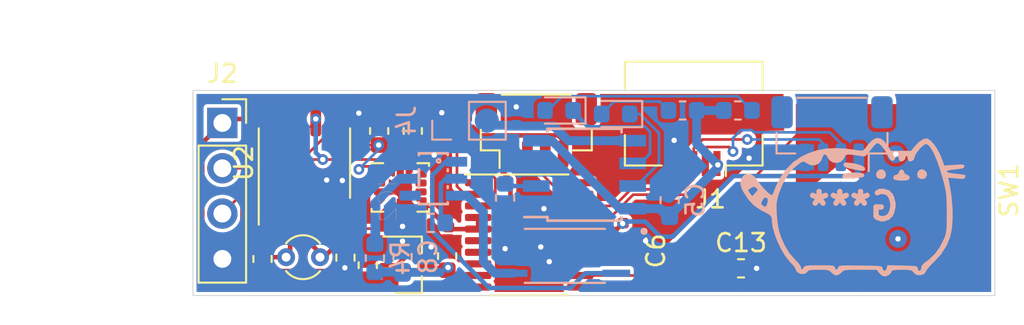
<source format=kicad_pcb>
(kicad_pcb (version 20200829) (generator pcbnew)
  (layers (0 "F.Cu" signal) (31 "B.Cu" signal) (34 "B.Paste" user) (35 "F.Paste" user) (36 "B.SilkS" user) (37 "F.SilkS" user) (38 "B.Mask" user) (39 "F.Mask" user) (44 "Edge.Cuts" user))
  (net 0 "")
  (net 1 "Net-(C3-Pad2)")
  (net 2 "Net-(U1-Pad14)")
  (net 3 "Net-(U1-Pad10)")
  (net 4 "TX")
  (net 5 "RX")
  (net 6 "Net-(U1-Pad7)")
  (net 7 "Net-(C4-Pad2)")
  (net 8 "Net-(U1-Pad6)")
  (net 9 "Net-(J1-Pad4)")
  (net 10 "Net-(U1-Pad1)")
  (net 11 "Net-(U2-Pad7)")
  (net 12 "GND")
  (net 13 "+3V3")
  (net 14 "SDA")
  (net 15 "SCL")
  (net 16 "Net-(U3-Pad12)")
  (net 17 "Net-(U3-Pad11)")
  (net 18 "Net-(U3-Pad10)")
  (net 19 "Net-(U3-Pad9)")
  (net 20 "Net-(U3-Pad4)")
  (net 21 "Net-(U3-Pad3)")
  (net 22 "Net-(U3-Pad2)")
  (net 23 "Net-(U3-Pad1)")
  (net 24 "USB_DM")
  (net 25 "USB_DP")
  (net 26 "+5V")
  (net 27 "Net-(C10-Pad1)")
  (net 28 "Net-(D1-Pad1)")
  (net 29 "Net-(D2-Pad1)")
  (net 30 "Net-(IC1-Pad2)")
  (net 31 "Net-(IC2-Pad5)")
  (net 32 "Net-(IC2-Pad2)")
  (net 33 "Net-(IC2-Pad4)")
  (net 34 "Net-(IC2-Pad3)")
  (net 35 "Net-(IC2-Pad1)")
  (net 36 "Vdrive")
  (net 37 "SWDIO")
  (net 38 "SWCLK")
  (net 39 "CAP_sample")
  (net 40 "CAP_Touch1")
  (net 41 "CAP_Touch")
  (net 42 "Net-(D1-Pad2)")
  (net 43 "Net-(D2-Pad2)")
  (module "Resistor_SMD:R_0603_1608Metric" (layer "F.Cu") (at 112.915 93.275 -90)
    (fp_text reference "R1" hide)
    (fp_text value "R")
    (pad "1" smd roundrect (at -0.7875 0 270) (size 0.875 0.95) (layers "F.Cu" "F.Paste" "F.Mask") (net 13 "+3V3"))
    (pad "2" smd roundrect (at 0.7875 0 270) (size 0.875 0.95) (layers "F.Cu" "F.Paste" "F.Mask") (net 14 "SDA"))
  )
  (module "Package_TO_SOT_SMD:SOT-23" (layer "F.Cu") (at 114.55 100.775)
    (fp_text reference "U4" hide)
    (fp_text value "MCP1700-3302E_SOT23")
    (pad "1" smd rect (at -1 -0.95) (size 0.9 0.8) (layers "F.Cu" "F.Paste" "F.Mask") (net 12 "GND"))
    (pad "2" smd rect (at -1 0.95) (size 0.9 0.8) (layers "F.Cu" "F.Paste" "F.Mask") (net 13 "+3V3"))
    (pad "3" smd rect (at 1 0) (size 0.9 0.8) (layers "F.Cu" "F.Paste" "F.Mask") (net 36 "Vdrive"))
  )
  (module "drone_v3:TouchSlider-2_10x10mm" (layer "F.Cu") (at 141.275 96.6 -90)
    (fp_text reference "SW1" (at 0 -6.95 90) (layer "F.SilkS"))
    (fp_text value "SW_DPST_x2")
    (pad "1" smd rect (at -3.166666 -2.5 270) (size 3.333333 5) (layers "F.Cu" "F.Mask") (net 41 "CAP_Touch"))
    (pad "1" smd trapezoid (at -1.5 3.75 270) (size 2 2.5) (rect_delta 0 2) (layers "F.Cu" "F.Mask") (net 41 "CAP_Touch"))
    (pad "1" smd trapezoid (at -1.5 -3.75 270) (size 2 2.5) (rect_delta 0 -2) (layers "F.Cu" "F.Mask") (net 41 "CAP_Touch"))
    (pad "1" smd trapezoid (at -1.5 -1.25 270) (size 2 2.5) (rect_delta 0 2) (layers "F.Cu" "F.Mask") (net 41 "CAP_Touch"))
    (pad "1" smd rect (at -3.166666 2.5 270) (size 3.333333 5) (layers "F.Cu" "F.Mask") (net 41 "CAP_Touch"))
    (pad "1" smd trapezoid (at -1.5 1.25 270) (size 2 2.5) (rect_delta 0 -2) (layers "F.Cu" "F.Mask") (net 41 "CAP_Touch"))
    (pad "2" smd trapezoid (at 0.5 -2.5 270) (size 2 2.5) (rect_delta -2.5 0) (layers "F.Cu" "F.Mask") (net 40 "CAP_Touch1"))
    (pad "2" smd rect (at 3.166666 -2.5 270) (size 3.333333 5) (layers "F.Cu" "F.Mask") (net 40 "CAP_Touch1"))
    (pad "2" smd rect (at 3.166666 2.5 270) (size 3.333333 5) (layers "F.Cu" "F.Mask") (net 40 "CAP_Touch1"))
    (pad "2" smd trapezoid (at 0.5 2.5 270) (size 2 2.5) (rect_delta -2.5 0) (layers "F.Cu" "F.Mask") (net 40 "CAP_Touch1"))
  )
  (module "Capacitor_SMD:C_0603_1608Metric" (layer "F.Cu") (at 116.725 100.29 90)
    (fp_text reference "C11" hide)
    (fp_text value "C")
    (pad "1" smd roundrect (at -0.7875 0 90) (size 0.875 0.95) (layers "F.Cu" "F.Paste" "F.Mask") (net 36 "Vdrive"))
    (pad "2" smd roundrect (at 0.7875 0 90) (size 0.875 0.95) (layers "F.Cu" "F.Paste" "F.Mask") (net 12 "GND"))
  )
  (module "Package_SO:TSSOP-20_4.4x6.5mm_P0.65mm" (layer "F.Cu") (at 121.325 99.1)
    (fp_text reference "U1" hide)
    (fp_text value "STM32F042F6Px")
    (pad "1" smd roundrect (at -2.8625 -2.925) (size 1.475 0.4) (layers "F.Cu" "F.Paste" "F.Mask") (net 10 "Net-(U1-Pad1)"))
    (pad "2" smd roundrect (at -2.8625 -2.275) (size 1.475 0.4) (layers "F.Cu" "F.Paste" "F.Mask") (net 15 "SCL"))
    (pad "3" smd roundrect (at -2.8625 -1.625) (size 1.475 0.4) (layers "F.Cu" "F.Paste" "F.Mask") (net 14 "SDA"))
    (pad "4" smd roundrect (at -2.8625 -0.975) (size 1.475 0.4) (layers "F.Cu" "F.Paste" "F.Mask") (net 13 "+3V3"))
    (pad "5" smd roundrect (at -2.8625 -0.325) (size 1.475 0.4) (layers "F.Cu" "F.Paste" "F.Mask") (net 13 "+3V3"))
    (pad "6" smd roundrect (at -2.8625 0.325) (size 1.475 0.4) (layers "F.Cu" "F.Paste" "F.Mask") (net 8 "Net-(U1-Pad6)"))
    (pad "7" smd roundrect (at -2.8625 0.975) (size 1.475 0.4) (layers "F.Cu" "F.Paste" "F.Mask") (net 6 "Net-(U1-Pad7)"))
    (pad "8" smd roundrect (at -2.8625 1.625) (size 1.475 0.4) (layers "F.Cu" "F.Paste" "F.Mask") (net 4 "TX"))
    (pad "9" smd roundrect (at -2.8625 2.275) (size 1.475 0.4) (layers "F.Cu" "F.Paste" "F.Mask") (net 5 "RX"))
    (pad "10" smd roundrect (at -2.8625 2.925) (size 1.475 0.4) (layers "F.Cu" "F.Paste" "F.Mask") (net 3 "Net-(U1-Pad10)"))
    (pad "11" smd roundrect (at 2.8625 2.925) (size 1.475 0.4) (layers "F.Cu" "F.Paste" "F.Mask") (net 39 "CAP_sample"))
    (pad "12" smd roundrect (at 2.8625 2.275) (size 1.475 0.4) (layers "F.Cu" "F.Paste" "F.Mask") (net 40 "CAP_Touch1"))
    (pad "13" smd roundrect (at 2.8625 1.625) (size 1.475 0.4) (layers "F.Cu" "F.Paste" "F.Mask") (net 41 "CAP_Touch"))
    (pad "14" smd roundrect (at 2.8625 0.975) (size 1.475 0.4) (layers "F.Cu" "F.Paste" "F.Mask") (net 2 "Net-(U1-Pad14)"))
    (pad "15" smd roundrect (at 2.8625 0.325) (size 1.475 0.4) (layers "F.Cu" "F.Paste" "F.Mask") (net 12 "GND"))
    (pad "16" smd roundrect (at 2.8625 -0.325) (size 1.475 0.4) (layers "F.Cu" "F.Paste" "F.Mask") (net 13 "+3V3"))
    (pad "17" smd roundrect (at 2.8625 -0.975) (size 1.475 0.4) (layers "F.Cu" "F.Paste" "F.Mask") (net 24 "USB_DM"))
    (pad "18" smd roundrect (at 2.8625 -1.625) (size 1.475 0.4) (layers "F.Cu" "F.Paste" "F.Mask") (net 25 "USB_DP"))
    (pad "19" smd roundrect (at 2.8625 -2.275) (size 1.475 0.4) (layers "F.Cu" "F.Paste" "F.Mask") (net 38 "SWCLK"))
    (pad "20" smd roundrect (at 2.8625 -2.925) (size 1.475 0.4) (layers "F.Cu" "F.Paste" "F.Mask") (net 37 "SWDIO"))
  )
  (module "Resistor_SMD:R_0603_1608Metric" (layer "F.Cu") (at 114.8 93.275 -90)
    (fp_text reference "R2" hide)
    (fp_text value "R")
    (pad "1" smd roundrect (at -0.7875 0 270) (size 0.875 0.95) (layers "F.Cu" "F.Paste" "F.Mask") (net 13 "+3V3"))
    (pad "2" smd roundrect (at 0.7875 0 270) (size 0.875 0.95) (layers "F.Cu" "F.Paste" "F.Mask") (net 15 "SCL"))
  )
  (module "Capacitor_SMD:C_0402_1005Metric" (layer "F.Cu") (at 116.8 98.175 90)
    (fp_text reference "C2" hide)
    (fp_text value "C")
    (pad "1" smd roundrect (at -0.485 0 90) (size 0.59 0.64) (layers "F.Cu" "F.Paste" "F.Mask") (net 13 "+3V3"))
    (pad "2" smd roundrect (at 0.485 0 90) (size 0.59 0.64) (layers "F.Cu" "F.Paste" "F.Mask") (net 12 "GND"))
  )
  (module "Connector_JST:JST_SH_BM04B-SRSS-TB_1x04-1MP_P1.00mm_Vertical" (layer "F.Cu") (at 121.725 93.25)
    (fp_text reference "J3" hide)
    (fp_text value "Conn_01x04_Male")
    (pad "1" smd roundrect (at -1.5 1.325) (size 0.6 1.55) (layers "F.Cu" "F.Paste" "F.Mask") (net 12 "GND"))
    (pad "2" smd roundrect (at -0.5 1.325) (size 0.6 1.55) (layers "F.Cu" "F.Paste" "F.Mask") (net 38 "SWCLK"))
    (pad "3" smd roundrect (at 0.5 1.325) (size 0.6 1.55) (layers "F.Cu" "F.Paste" "F.Mask") (net 37 "SWDIO"))
    (pad "4" smd roundrect (at 1.5 1.325) (size 0.6 1.55) (layers "F.Cu" "F.Paste" "F.Mask") (net 13 "+3V3"))
    (pad "MP" smd roundrect (at 2.8 -1.2) (size 1.2 1.8) (layers "F.Cu" "F.Paste" "F.Mask") (roundrect_rratio 0.2083333333333333))
    (pad "MP" smd roundrect (at -2.8 -1.2) (size 1.2 1.8) (layers "F.Cu" "F.Paste" "F.Mask") (roundrect_rratio 0.2083333333333333))
  )
  (module "Capacitor_SMD:C_0603_1608Metric_Pad1.05x0.95mm_HandSolder" (layer "F.Cu") (at 111.025 100.375 90)
    (fp_text reference "C4" hide)
    (fp_text value "C")
    (pad "1" smd roundrect (at -0.875 0 90) (size 1.05 0.95) (layers "F.Cu" "F.Paste" "F.Mask") (net 12 "GND"))
    (pad "2" smd roundrect (at 0.875 0 90) (size 1.05 0.95) (layers "F.Cu" "F.Paste" "F.Mask") (net 7 "Net-(C4-Pad2)"))
  )
  (module "Package_LGA:LGA-14_3x2.5mm_P0.5mm_LayoutBorder3x4y" (layer "F.Cu") (at 114.1 96.44)
    (fp_text reference "U3" hide)
    (fp_text value "LSM6DS3")
    (pad "1" smd custom (at -1.1625 -0.75) (size 0.223223 0.223223) (layers "F.Cu" "F.Paste" "F.Mask") (net 23 "Net-(U3-Pad1)") (options (clearance outline) (anchor circle)) (primitives (gr_poly (pts (xy -0.2375 -0.125) (xy 0.031434 -0.125) (xy 0.2375 0.081066) (xy 0.2375 0.125) (xy -0.2375 0.125)) (width 0.15))))
    (pad "2" smd roundrect (at -1.1625 -0.25) (size 0.625 0.4) (layers "F.Cu" "F.Paste" "F.Mask") (net 22 "Net-(U3-Pad2)"))
    (pad "3" smd roundrect (at -1.1625 0.25) (size 0.625 0.4) (layers "F.Cu" "F.Paste" "F.Mask") (net 21 "Net-(U3-Pad3)"))
    (pad "4" smd custom (at -1.1625 0.75) (size 0.223223 0.223223) (layers "F.Cu" "F.Paste" "F.Mask") (net 20 "Net-(U3-Pad4)") (options (clearance outline) (anchor circle)) (primitives (gr_poly (pts (xy -0.2375 -0.125) (xy 0.2375 -0.125) (xy 0.2375 -0.081066) (xy 0.031434 0.125) (xy -0.2375 0.125)) (width 0.15))))
    (pad "5" smd custom (at -0.5 0.9125) (size 0.223223 0.223223) (layers "F.Cu" "F.Paste" "F.Mask") (net 13 "+3V3") (options (clearance outline) (anchor circle)) (primitives (gr_poly (pts (xy -0.125 -0.031434) (xy 0.081066 -0.2375) (xy 0.125 -0.2375) (xy 0.125 0.2375) (xy -0.125 0.2375)) (width 0.15))))
    (pad "6" smd roundrect (at 0 0.9125) (size 0.4 0.625) (layers "F.Cu" "F.Paste" "F.Mask") (net 12 "GND"))
    (pad "7" smd custom (at 0.5 0.9125) (size 0.223223 0.223223) (layers "F.Cu" "F.Paste" "F.Mask") (net 12 "GND") (options (clearance outline) (anchor circle)) (primitives (gr_poly (pts (xy -0.125 -0.2375) (xy -0.081066 -0.2375) (xy 0.125 -0.031434) (xy 0.125 0.2375) (xy -0.125 0.2375)) (width 0.15))))
    (pad "8" smd custom (at 1.1625 0.75) (size 0.223223 0.223223) (layers "F.Cu" "F.Paste" "F.Mask") (net 13 "+3V3") (options (clearance outline) (anchor circle)) (primitives (gr_poly (pts (xy -0.2375 -0.125) (xy 0.2375 -0.125) (xy 0.2375 0.125) (xy -0.031434 0.125) (xy -0.2375 -0.081066)) (width 0.15))))
    (pad "9" smd roundrect (at 1.1625 0.25) (size 0.625 0.4) (layers "F.Cu" "F.Paste" "F.Mask") (net 19 "Net-(U3-Pad9)"))
    (pad "10" smd roundrect (at 1.1625 -0.25) (size 0.625 0.4) (layers "F.Cu" "F.Paste" "F.Mask") (net 18 "Net-(U3-Pad10)"))
    (pad "11" smd custom (at 1.1625 -0.75) (size 0.223223 0.223223) (layers "F.Cu" "F.Paste" "F.Mask") (net 17 "Net-(U3-Pad11)") (options (clearance outline) (anchor circle)) (primitives (gr_poly (pts (xy -0.2375 0.081066) (xy -0.031434 -0.125) (xy 0.2375 -0.125) (xy 0.2375 0.125) (xy -0.2375 0.125)) (width 0.15))))
    (pad "12" smd custom (at 0.5 -0.9125) (size 0.223223 0.223223) (layers "F.Cu" "F.Paste" "F.Mask") (net 16 "Net-(U3-Pad12)") (options (clearance outline) (anchor circle)) (primitives (gr_poly (pts (xy -0.125 -0.2375) (xy 0.125 -0.2375) (xy 0.125 0.031434) (xy -0.081066 0.2375) (xy -0.125 0.2375)) (width 0.15))))
    (pad "13" smd roundrect (at 0 -0.9125) (size 0.4 0.625) (layers "F.Cu" "F.Paste" "F.Mask") (net 15 "SCL"))
    (pad "14" smd custom (at -0.5 -0.9125) (size 0.223223 0.223223) (layers "F.Cu" "F.Paste" "F.Mask") (net 14 "SDA") (options (clearance outline) (anchor circle)) (primitives (gr_poly (pts (xy -0.125 -0.2375) (xy 0.125 -0.2375) (xy 0.125 0.2375) (xy 0.081066 0.2375) (xy -0.125 0.031434)) (width 0.15))))
  )
  (module "Capacitor_SMD:C_0603_1608Metric_Pad1.05x0.95mm_HandSolder" (layer "F.Cu") (at 106.375 100.45 90)
    (fp_text reference "C3" hide)
    (fp_text value "C")
    (pad "1" smd roundrect (at -0.875 0 90) (size 1.05 0.95) (layers "F.Cu" "F.Paste" "F.Mask") (net 12 "GND"))
    (pad "2" smd roundrect (at 0.875 0 90) (size 1.05 0.95) (layers "F.Cu" "F.Paste" "F.Mask") (net 1 "Net-(C3-Pad2)"))
  )
  (module "Crystal:Crystal_C26-LF_D2.1mm_L6.5mm_Vertical" (layer "F.Cu") (at 109.6 100.35 180)
    (fp_text reference "Y1" hide)
    (fp_text value "Crystal")
    (pad "1" thru_hole circle (at 0 0 180) (size 1 1) (drill 0.5) (layers *.Cu *.Mask) (net 7 "Net-(C4-Pad2)"))
    (pad "2" thru_hole circle (at 1.9 0 180) (size 1 1) (drill 0.5) (layers *.Cu *.Mask) (net 1 "Net-(C3-Pad2)"))
  )
  (module "Connector_USB:USB_Micro-B_Amphenol_10104110_Horizontal" (layer "F.Cu") (at 130.55 93.55 180)
    (fp_text reference "J1" (at -0.95 -3.55) (layer "F.SilkS"))
    (fp_text value "USB_B_Micro")
    (pad "1" smd rect (at -1.3 -1.55 180) (size 0.4 1.4) (layers "F.Cu" "F.Paste" "F.Mask") (net 26 "+5V"))
    (pad "2" smd rect (at -0.65 -1.55 180) (size 0.4 1.4) (layers "F.Cu" "F.Paste" "F.Mask") (net 24 "USB_DM"))
    (pad "3" smd rect (at 0 -1.55 180) (size 0.4 1.4) (layers "F.Cu" "F.Paste" "F.Mask") (net 25 "USB_DP"))
    (pad "4" smd rect (at 0.65 -1.55 180) (size 0.4 1.4) (layers "F.Cu" "F.Paste" "F.Mask") (net 9 "Net-(J1-Pad4)"))
    (pad "5" smd rect (at 1.3 -1.55 180) (size 0.4 1.4) (layers "F.Cu" "F.Paste" "F.Mask") (net 12 "GND"))
    (pad "6" smd rect (at -1.15 1.3 180) (size 1.8 1.9) (layers "F.Cu" "F.Paste" "F.Mask") (net 12 "GND"))
    (pad "6" smd rect (at 1.15 1.3 180) (size 1.8 1.9) (layers "F.Cu" "F.Paste" "F.Mask") (net 12 "GND"))
    (pad "6" smd rect (at -3.75 1.3 180) (size 2.3 1.9) (layers "F.Cu" "F.Paste" "F.Mask") (net 12 "GND"))
    (pad "6" smd rect (at 3.75 1.3 180) (size 2.3 1.9) (layers "F.Cu" "F.Paste" "F.Mask") (net 12 "GND"))
  )
  (module "Connector_PinSocket_2.54mm:PinSocket_1x04_P2.54mm_Vertical" (layer "F.Cu") (at 104.125 92.825)
    (fp_text reference "J2" (at 0 -2.77) (layer "F.SilkS"))
    (fp_text value "Conn_01x04_Male")
    (pad "1" thru_hole rect (at 0 0) (size 1.7 1.7) (drill 1) (layers *.Cu *.Mask) (net 13 "+3V3"))
    (pad "2" thru_hole oval (at 0 2.54) (size 1.7 1.7) (drill 1) (layers *.Cu *.Mask) (net 14 "SDA"))
    (pad "3" thru_hole oval (at 0 5.08) (size 1.7 1.7) (drill 1) (layers *.Cu *.Mask) (net 15 "SCL"))
    (pad "4" thru_hole oval (at 0 7.62) (size 1.7 1.7) (drill 1) (layers *.Cu *.Mask) (net 12 "GND"))
  )
  (module "Package_SO:SOIC-8_3.9x4.9mm_P1.27mm" (layer "F.Cu") (at 108.725 95.075 90)
    (fp_text reference "U2" (at 0 -3.4 90) (layer "F.SilkS"))
    (fp_text value "DS1307Z+")
    (pad "1" smd roundrect (at -2.475 -1.905 90) (size 1.95 0.6) (layers "F.Cu" "F.Paste" "F.Mask") (net 1 "Net-(C3-Pad2)"))
    (pad "2" smd roundrect (at -2.475 -0.635 90) (size 1.95 0.6) (layers "F.Cu" "F.Paste" "F.Mask") (net 7 "Net-(C4-Pad2)"))
    (pad "3" smd roundrect (at -2.475 0.635 90) (size 1.95 0.6) (layers "F.Cu" "F.Paste" "F.Mask") (net 13 "+3V3"))
    (pad "4" smd roundrect (at -2.475 1.905 90) (size 1.95 0.6) (layers "F.Cu" "F.Paste" "F.Mask") (net 12 "GND"))
    (pad "5" smd roundrect (at 2.475 1.905 90) (size 1.95 0.6) (layers "F.Cu" "F.Paste" "F.Mask") (net 14 "SDA"))
    (pad "6" smd roundrect (at 2.475 0.635 90) (size 1.95 0.6) (layers "F.Cu" "F.Paste" "F.Mask") (net 15 "SCL"))
    (pad "7" smd roundrect (at 2.475 -0.635 90) (size 1.95 0.6) (layers "F.Cu" "F.Paste" "F.Mask") (net 11 "Net-(U2-Pad7)"))
    (pad "8" smd roundrect (at 2.475 -1.905 90) (size 1.95 0.6) (layers "F.Cu" "F.Paste" "F.Mask") (net 13 "+3V3"))
  )
  (module "Capacitor_SMD:C_0402_1005Metric" (layer "F.Cu") (at 113.6 98.6)
    (fp_text reference "C1" hide)
    (fp_text value "C")
    (pad "1" smd roundrect (at -0.485 0) (size 0.59 0.64) (layers "F.Cu" "F.Paste" "F.Mask") (net 13 "+3V3"))
    (pad "2" smd roundrect (at 0.485 0) (size 0.59 0.64) (layers "F.Cu" "F.Paste" "F.Mask") (net 12 "GND"))
  )
  (module "Capacitor_SMD:C_0603_1608Metric_Pad1.05x0.95mm_HandSolder" (layer "F.Cu") (at 133.2 100.975)
    (fp_text reference "C13" (at 0 -1.43) (layer "F.SilkS"))
    (fp_text value "C")
    (pad "1" smd roundrect (at -0.875 0) (size 1.05 0.95) (layers "F.Cu" "F.Paste" "F.Mask") (net 39 "CAP_sample"))
    (pad "2" smd roundrect (at 0.875 0) (size 1.05 0.95) (layers "F.Cu" "F.Paste" "F.Mask") (net 12 "GND"))
  )
  (module "Capacitor_SMD:C_0402_1005Metric" (layer "F.Cu") (at 126.585 98.925 -90)
    (fp_text reference "C6" (at 1.075 -1.84 90) (layer "F.SilkS"))
    (fp_text value "C")
    (pad "1" smd roundrect (at -0.485 0 270) (size 0.59 0.64) (layers "F.Cu" "F.Paste" "F.Mask") (net 13 "+3V3"))
    (pad "2" smd roundrect (at 0.485 0 270) (size 0.59 0.64) (layers "F.Cu" "F.Paste" "F.Mask") (net 12 "GND"))
  )
  (module "Capacitor_SMD:C_0603_1608Metric" (layer "F.Cu") (at 112.275 100.8 90)
    (fp_text reference "C12" hide)
    (fp_text value "C")
    (pad "1" smd roundrect (at -0.7875 0 90) (size 0.875 0.95) (layers "F.Cu" "F.Paste" "F.Mask") (net 13 "+3V3"))
    (pad "2" smd roundrect (at 0.7875 0 90) (size 0.875 0.95) (layers "F.Cu" "F.Paste" "F.Mask") (net 12 "GND"))
  )
  (module "LED_SMD:LED_0603_1608Metric" (layer "B.Cu") (at 126.175 92.325 180)
    (fp_text reference "D1" hide)
    (fp_text value "LED")
    (pad "1" smd roundrect (at -0.7875 0 180) (size 0.875 0.95) (layers "B.Cu" "B.Paste" "B.Mask") (net 28 "Net-(D1-Pad1)"))
    (pad "2" smd roundrect (at 0.7875 0 180) (size 0.875 0.95) (layers "B.Cu" "B.Paste" "B.Mask") (net 42 "Net-(D1-Pad2)"))
  )
  (module "Resistor_SMD:R_0603_1608Metric" (layer "B.Cu") (at 112.675 100.4 90)
    (fp_text reference "R4" (at 0 1.43 90) (layer "B.SilkS") (effects (justify mirror)))
    (fp_text value "R")
    (pad "1" smd roundrect (at -0.7875 0 90) (size 0.875 0.95) (layers "B.Cu" "B.Paste" "B.Mask") (net 36 "Vdrive"))
    (pad "2" smd roundrect (at 0.7875 0 90) (size 0.875 0.95) (layers "B.Cu" "B.Paste" "B.Mask") (net 31 "Net-(IC2-Pad5)"))
  )
  (module "Resistor_SMD:R_0603_1608Metric" (layer "B.Cu") (at 133.025 92.125)
    (fp_text reference "R7" hide)
    (fp_text value "R")
    (pad "1" smd roundrect (at -0.7875 0) (size 0.875 0.95) (layers "B.Cu" "B.Paste" "B.Mask") (net 26 "+5V"))
    (pad "2" smd roundrect (at 0.7875 0) (size 0.875 0.95) (layers "B.Cu" "B.Paste" "B.Mask") (net 43 "Net-(D2-Pad2)"))
  )
  (module "Connector_PinSocket_2.00mm:PinSocket_1x02_P2.00mm_Vertical" (layer "B.Cu") (at 116.95 92.7 -90)
    (fp_text reference "J4" (at 0 2.5 -90) (layer "B.SilkS") (effects (justify mirror)))
    (fp_text value "Conn_01x02_Male")
    (pad "1" smd rect (at 0 0 270) (size 1.35 1.35) (layers "B.Cu" "B.Paste" "B.Mask") (net 12 "GND"))
    (pad "2" smd oval (at 0 -2 270) (size 1.35 1.35) (layers "B.Cu" "B.Paste" "B.Mask") (net 27 "Net-(C10-Pad1)"))
  )
  (module "Capacitor_SMD:C_0402_1005Metric" (layer "B.Cu") (at 120.6 92.465 90)
    (fp_text reference "C10" hide)
    (fp_text value "C")
    (pad "1" smd roundrect (at -0.485 0 90) (size 0.59 0.64) (layers "B.Cu" "B.Paste" "B.Mask") (net 27 "Net-(C10-Pad1)"))
    (pad "2" smd roundrect (at 0.485 0 90) (size 0.59 0.64) (layers "B.Cu" "B.Paste" "B.Mask") (net 12 "GND"))
  )
  (module "drone_v3:SOP65P640X120-8N" (layer "B.Cu") (at 123.325 100.275 180)
    (fp_text reference "Q1" hide)
    (fp_text value "FS8205A")
    (pad "1" smd rect (at -2.88 0.975 180) (size 1.56 0.4) (layers "B.Cu" "B.Paste" "B.Mask") (net 12 "GND"))
    (pad "2" smd rect (at -2.88 0.325 180) (size 1.56 0.4) (layers "B.Cu" "B.Paste" "B.Mask") (net 12 "GND"))
    (pad "3" smd rect (at -2.88 -0.325 180) (size 1.56 0.4) (layers "B.Cu" "B.Paste" "B.Mask") (net 12 "GND"))
    (pad "4" smd rect (at -2.88 -0.975 180) (size 1.56 0.4) (layers "B.Cu" "B.Paste" "B.Mask") (net 35 "Net-(IC2-Pad1)"))
    (pad "5" smd rect (at 2.88 -0.975 180) (size 1.56 0.4) (layers "B.Cu" "B.Paste" "B.Mask") (net 34 "Net-(IC2-Pad3)"))
    (pad "6" smd rect (at 2.88 -0.325 180) (size 1.56 0.4) (layers "B.Cu" "B.Paste" "B.Mask") (net 12 "GND"))
    (pad "7" smd rect (at 2.88 0.325 180) (size 1.56 0.4) (layers "B.Cu" "B.Paste" "B.Mask") (net 12 "GND"))
    (pad "8" smd rect (at 2.88 0.975 180) (size 1.56 0.4) (layers "B.Cu" "B.Paste" "B.Mask") (net 12 "GND"))
  )
  (module "Capacitor_SMD:C_0603_1608Metric_Pad1.05x0.95mm_HandSolder" (layer "B.Cu") (at 129.2 97.15 90)
    (fp_text reference "C5" (at 0 1.43 270) (layer "B.SilkS") (effects (justify mirror)))
    (fp_text value "C")
    (pad "1" smd roundrect (at -0.875 0 90) (size 1.05 0.95) (layers "B.Cu" "B.Paste" "B.Mask") (net 26 "+5V"))
    (pad "2" smd roundrect (at 0.875 0 90) (size 1.05 0.95) (layers "B.Cu" "B.Paste" "B.Mask") (net 12 "GND"))
  )
  (module "LED_SMD:LED_0603_1608Metric" (layer "B.Cu") (at 123 92.125 180)
    (fp_text reference "D2" hide)
    (fp_text value "LED")
    (pad "1" smd roundrect (at -0.7875 0 180) (size 0.875 0.95) (layers "B.Cu" "B.Paste" "B.Mask") (net 29 "Net-(D2-Pad1)"))
    (pad "2" smd roundrect (at 0.7875 0 180) (size 0.875 0.95) (layers "B.Cu" "B.Paste" "B.Mask") (net 43 "Net-(D2-Pad2)"))
  )
  (module "Resistor_SMD:R_0603_1608Metric" (layer "B.Cu") (at 129.925 92.125 180)
    (fp_text reference "R6" hide)
    (fp_text value "R")
    (pad "1" smd roundrect (at -0.7875 0 180) (size 0.875 0.95) (layers "B.Cu" "B.Paste" "B.Mask") (net 26 "+5V"))
    (pad "2" smd roundrect (at 0.7875 0 180) (size 0.875 0.95) (layers "B.Cu" "B.Paste" "B.Mask") (net 42 "Net-(D1-Pad2)"))
  )
  (module "drone_v3:pusheen" (layer "B.Cu") (at 139.5 97.5 180)
    (fp_text reference "G***" (at 0 0) (layer "B.SilkS") (effects (font (size 1.524 1.524) (thickness 0.3)) (justify mirror)))
    (fp_text value "LOGO" hide)
  )
  (module "drone_v3:SOT23-6" (layer "B.Cu") (at 115.95 95.95 -90)
    (fp_text reference "IC2" (at 1.27 2.54 90) (layer "B.SilkS") (effects (font (thickness 0.015)) (justify mirror)))
    (fp_text value "DW01A")
    (pad "1" smd rect (at -0.95 -1.3 270) (size 0.55 1.2) (layers "B.Cu" "B.Paste" "B.Mask") (net 35 "Net-(IC2-Pad1)"))
    (pad "2" smd rect (at 0 -1.3 270) (size 0.55 1.2) (layers "B.Cu" "B.Paste" "B.Mask") (net 32 "Net-(IC2-Pad2)"))
    (pad "3" smd rect (at 0.95 -1.3 270) (size 0.55 1.2) (layers "B.Cu" "B.Paste" "B.Mask") (net 34 "Net-(IC2-Pad3)"))
    (pad "4" smd rect (at 0.95 1.3 270) (size 0.55 1.2) (layers "B.Cu" "B.Paste" "B.Mask") (net 33 "Net-(IC2-Pad4)"))
    (pad "5" smd rect (at 0 1.3 270) (size 0.55 1.2) (layers "B.Cu" "B.Paste" "B.Mask") (net 31 "Net-(IC2-Pad5)"))
    (pad "6" smd rect (at -0.95 1.3 270) (size 0.55 1.2) (layers "B.Cu" "B.Paste" "B.Mask") (net 12 "GND"))
  )
  (module "Resistor_SMD:R_0603_1608Metric" (layer "B.Cu") (at 119.975 97.025 -90)
    (fp_text reference "R3" hide)
    (fp_text value "R")
    (pad "1" smd roundrect (at -0.7875 0 270) (size 0.875 0.95) (layers "B.Cu" "B.Paste" "B.Mask") (net 30 "Net-(IC1-Pad2)"))
    (pad "2" smd roundrect (at 0.7875 0 270) (size 0.875 0.95) (layers "B.Cu" "B.Paste" "B.Mask") (net 12 "GND"))
  )
  (module "Package_SO:Diodes_PSOP-8" (layer "B.Cu") (at 124.425 95.725)
    (fp_text reference "IC1" hide)
    (fp_text value "TP4056")
    (pad "1" smd rect (at -2.7 1.905) (size 1.5 0.65) (layers "B.Cu" "B.Paste" "B.Mask") (net 12 "GND"))
    (pad "2" smd rect (at -2.7 0.635) (size 1.5 0.65) (layers "B.Cu" "B.Paste" "B.Mask") (net 30 "Net-(IC1-Pad2)"))
    (pad "3" smd rect (at -2.7 -0.635) (size 1.5 0.65) (layers "B.Cu" "B.Paste" "B.Mask") (net 12 "GND"))
    (pad "4" smd rect (at -2.7 -1.905) (size 1.5 0.65) (layers "B.Cu" "B.Paste" "B.Mask") (net 26 "+5V"))
    (pad "5" smd rect (at 2.7 -1.905) (size 1.5 0.65) (layers "B.Cu" "B.Paste" "B.Mask") (net 27 "Net-(C10-Pad1)"))
    (pad "6" smd rect (at 2.7 -0.635) (size 1.5 0.65) (layers "B.Cu" "B.Paste" "B.Mask") (net 29 "Net-(D2-Pad1)"))
    (pad "7" smd rect (at 2.7 0.635) (size 1.5 0.65) (layers "B.Cu" "B.Paste" "B.Mask") (net 28 "Net-(D1-Pad1)"))
    (pad "8" smd rect (at 2.7 1.905) (size 1.5 0.65) (layers "B.Cu" "B.Paste" "B.Mask") (net 26 "+5V"))
  )
  (module "Resistor_SMD:R_0603_1608Metric" (layer "B.Cu") (at 115.825 98.425 180)
    (fp_text reference "R5" hide)
    (fp_text value "R")
    (pad "1" smd roundrect (at -0.7875 0 180) (size 0.875 0.95) (layers "B.Cu" "B.Paste" "B.Mask") (net 32 "Net-(IC2-Pad2)"))
    (pad "2" smd roundrect (at 0.7875 0 180) (size 0.875 0.95) (layers "B.Cu" "B.Paste" "B.Mask") (net 12 "GND"))
  )
  (module "Connector_JST:JST_SH_BM04B-SRSS-TB_1x04-1MP_P1.00mm_Vertical" (layer "B.Cu") (at 138.3 93.425 180)
    (fp_text reference "J5" hide)
    (fp_text value "Conn_01x04_Male")
    (pad "1" smd roundrect (at -1.5 -1.325 180) (size 0.6 1.55) (layers "B.Cu" "B.Paste" "B.Mask") (net 13 "+3V3"))
    (pad "2" smd roundrect (at -0.5 -1.325 180) (size 0.6 1.55) (layers "B.Cu" "B.Paste" "B.Mask") (net 24 "USB_DM"))
    (pad "3" smd roundrect (at 0.5 -1.325 180) (size 0.6 1.55) (layers "B.Cu" "B.Paste" "B.Mask") (net 25 "USB_DP"))
    (pad "4" smd roundrect (at 1.5 -1.325 180) (size 0.6 1.55) (layers "B.Cu" "B.Paste" "B.Mask") (net 12 "GND"))
    (pad "MP" smd roundrect (at 2.8 1.2 180) (size 1.2 1.8) (layers "B.Cu" "B.Paste" "B.Mask") (roundrect_rratio 0.2083333333333333))
    (pad "MP" smd roundrect (at -2.8 1.2 180) (size 1.2 1.8) (layers "B.Cu" "B.Paste" "B.Mask") (roundrect_rratio 0.2083333333333333))
  )
  (module "Capacitor_SMD:C_0603_1608Metric_Pad1.05x0.95mm_HandSolder" (layer "B.Cu") (at 114.225 100.325 90)
    (fp_text reference "C8" (at 0 1.43 90) (layer "B.SilkS") (effects (justify mirror)))
    (fp_text value "C")
    (pad "1" smd roundrect (at -0.875 0 90) (size 1.05 0.95) (layers "B.Cu" "B.Paste" "B.Mask") (net 36 "Vdrive"))
    (pad "2" smd roundrect (at 0.875 0 90) (size 1.05 0.95) (layers "B.Cu" "B.Paste" "B.Mask") (net 12 "GND"))
  )
  (gr_line (start 103 91) (end 133 91) (layer "Edge.Cuts") (width 0.05))
  (gr_line (start 103 102.5) (end 102.475 102.5) (layer "Edge.Cuts") (width 0.05))
  (gr_line (start 133 91) (end 140 91) (layer "Edge.Cuts") (width 0.05))
  (gr_line (start 133 102.5) (end 140 102.5) (layer "Edge.Cuts") (width 0.05))
  (gr_line (start 140 102.5) (end 145.25 102.5) (layer "Edge.Cuts") (width 0.05))
  (gr_line (start 103 102.5) (end 133 102.5) (layer "Edge.Cuts") (width 0.05))
  (gr_line (start 147.425 102.5) (end 147.425 91) (layer "Edge.Cuts") (width 0.05))
  (gr_line (start 102.475 91) (end 102.975 91) (layer "Edge.Cuts") (width 0.05))
  (gr_line (start 145.25 91) (end 140 91) (layer "Edge.Cuts") (width 0.05))
  (gr_line (start 145.25 91) (end 147.425 91) (layer "Edge.Cuts") (width 0.05))
  (gr_line (start 102.475 98) (end 102.475 102.5) (layer "Edge.Cuts") (width 0.05))
  (gr_line (start 145.25 102.5) (end 147.425 102.5) (layer "Edge.Cuts") (width 0.05))
  (gr_line (start 102.475 91) (end 102.475 98) (layer "Edge.Cuts") (width 0.05))
  (segment (start 107.925 99.63) (end 107.925 100.35) (width 0.254) (layer "F.Cu") (net 1))
  (segment (start 106.92 100.35) (end 106.55 99.98) (width 0.254) (layer "F.Cu") (net 1))
  (segment (start 107.925 100.35) (end 106.92 100.35) (width 0.254) (layer "F.Cu") (net 1))
  (segment (start 106.82 97.55) (end 106.82 98.525) (width 0.254) (layer "F.Cu") (net 1))
  (segment (start 106.82 98.525) (end 107.925 99.63) (width 0.254) (layer "F.Cu") (net 1))
  (segment (start 109.825 100.35) (end 110.3 99.875) (width 0.254) (layer "F.Cu") (net 7))
  (segment (start 108.09 98.615) (end 108.09 97.55) (width 0.254) (layer "F.Cu") (net 7))
  (segment (start 110.3 99.875) (end 111.09 99.875) (width 0.254) (layer "F.Cu") (net 7))
  (segment (start 109.825 100.35) (end 108.09 98.615) (width 0.254) (layer "F.Cu") (net 7))
  (segment (start 111.09 99.875) (end 111.2 99.765) (width 0.254) (layer "F.Cu") (net 7))
  (segment (start 129.25 95.1) (end 129.25 94) (width 0.254) (layer "F.Cu") (net 12))
  (segment (start 106.55 100.95) (end 106.727001 101.127001) (width 0.254) (layer "F.Cu") (net 12))
  (segment (start 110.9925 100.9425) (end 111.2 100.735) (width 0.254) (layer "F.Cu") (net 12))
  (segment (start 126.8 92.25) (end 125.82299 93.22701) (width 0.254) (layer "F.Cu") (net 12))
  (segment (start 134.3 92.25) (end 134.3 94.175) (width 0.254) (layer "F.Cu") (net 12))
  (segment (start 134.3 94.175) (end 133.675 94.8) (width 0.254) (layer "F.Cu") (net 12))
  (segment (start 129.25 94) (end 129.45 93.8) (width 0.254) (layer "F.Cu") (net 12))
  (segment (start 129.45 93.8) (end 129.45 92.3) (width 0.254) (layer "F.Cu") (net 12))
  (segment (start 112.275 100.0125) (end 111.9225 100.0125) (width 0.254) (layer "F.Cu") (net 12))
  (segment (start 121.921356 91.925) (end 120.6 91.925) (width 0.254) (layer "F.Cu") (net 12))
  (segment (start 127.85 99.435) (end 128.913602 99.435) (width 0.254) (layer "F.Cu") (net 12))
  (segment (start 126.8 92.25) (end 134.3 92.25) (width 0.254) (layer "F.Cu") (net 12))
  (segment (start 133.675 94.8) (end 133.65 94.8) (width 0.254) (layer "F.Cu") (net 12))
  (segment (start 111.9225 100.0125) (end 110.9925 100.9425) (width 0.254) (layer "F.Cu") (net 12))
  (segment (start 124.1875 99.425) (end 127.84 99.425) (width 0.15) (layer "F.Cu") (net 12))
  (segment (start 106.727001 101.127001) (end 110.807999 101.127001) (width 0.254) (layer "F.Cu") (net 12))
  (segment (start 116.8 97.69) (end 116.8 95.425) (width 0.15) (layer "F.Cu") (net 12))
  (segment (start 111.195 100.74) (end 110.9925 100.9425) (width 0.254) (layer "F.Cu") (net 12))
  (segment (start 110.807999 101.127001) (end 110.9925 100.9425) (width 0.254) (layer "F.Cu") (net 12))
  (segment (start 128.913602 99.435) (end 133.548602 94.8) (width 0.254) (layer "F.Cu") (net 12))
  (segment (start 125.82299 93.22701) (end 123.223366 93.22701) (width 0.254) (layer "F.Cu") (net 12))
  (segment (start 116.8 95.425) (end 116 94.625) (width 0.15) (layer "F.Cu") (net 12))
  (segment (start 127.84 99.425) (end 127.85 99.435) (width 0.15) (layer "F.Cu") (net 12))
  (segment (start 133.548602 94.8) (end 133.65 94.8) (width 0.254) (layer "F.Cu") (net 12))
  (segment (start 123.223366 93.22701) (end 121.921356 91.925) (width 0.254) (layer "F.Cu") (net 12))
  (segment (start 129.45 92.3) (end 129.4 92.25) (width 0.254) (layer "F.Cu") (net 12))
  (via (at 121.975 99.775) (size 0.6) (drill 0.3) (layers "F.Cu" "B.Cu") (net 12))
  (via (at 115.825 99.775) (size 0.6) (drill 0.3) (layers "F.Cu" "B.Cu") (net 12))
  (via (at 133.65 94.8) (size 0.6) (drill 0.3) (layers "F.Cu" "B.Cu") (net 12))
  (via (at 120.6 91.925) (size 0.6) (drill 0.3) (layers "F.Cu" "B.Cu") (net 12))
  (via (at 119.975 99.875) (size 0.6) (drill 0.3) (layers "F.Cu" "B.Cu") (net 12))
  (via (at 114.225 99.45) (size 0.6) (drill 0.3) (layers "F.Cu" "B.Cu") (net 12))
  (via (at 116 94.625) (size 0.6) (drill 0.3) (layers "F.Cu" "B.Cu") (net 12))
  (via (at 122.15 97.63) (size 0.6) (drill 0.3) (layers "F.Cu" "B.Cu") (net 12))
  (via (at 110.85 96.05) (size 0.6) (drill 0.3) (layers "F.Cu" "B.Cu") (net 12))
  (via (at 127.85 99.435) (size 0.6) (drill 0.3) (layers "F.Cu" "B.Cu") (net 12))
  (via (at 122.45 100.6) (size 0.6) (drill 0.3) (layers "F.Cu" "B.Cu") (net 12))
  (via (at 114.225 98.625) (size 0.6) (drill 0.3) (layers "F.Cu" "B.Cu") (net 12))
  (via (at 134.075 100.975) (size 0.6) (drill 0.3) (layers "F.Cu" "B.Cu") (net 12))
  (via (at 109.975 96.025) (size 0.6) (drill 0.3) (layers "F.Cu" "B.Cu") (net 12))
  (via (at 111.775 92.275) (size 0.6) (drill 0.3) (layers "F.Cu" "B.Cu") (net 12))
  (via (at 129.45 93.8) (size 0.6) (drill 0.3) (layers "F.Cu" "B.Cu") (net 12))
  (via (at 110.9925 100.9425) (size 0.6) (drill 0.3) (layers "F.Cu" "B.Cu") (net 12))
  (via (at 116.425 92.25) (size 0.6) (drill 0.3) (layers "F.Cu" "B.Cu") (net 12))
  (segment (start 121.725 95.09) (end 118.702176 95.09) (width 0.254) (layer "B.Cu") (net 12))
  (segment (start 121.725 97.63) (end 120.1575 97.63) (width 0.254) (layer "B.Cu") (net 12))
  (segment (start 114.225 99.2375) (end 115.0375 98.425) (width 0.5) (layer "B.Cu") (net 12))
  (segment (start 118.702176 95.09) (end 117.887176 94.275) (width 0.254) (layer "B.Cu") (net 12))
  (segment (start 122.45 100.6) (end 126.205 100.6) (width 0.254) (layer "B.Cu") (net 12))
  (segment (start 122.752001 97.027999) (end 122.15 97.63) (width 0.254) (layer "B.Cu") (net 12))
  (segment (start 114.225 99.45) (end 114.225 99.2375) (width 0.5) (layer "B.Cu") (net 12))
  (segment (start 126.205 99.47) (end 126.205 99.3) (width 0.254) (layer "B.Cu") (net 12))
  (segment (start 120.445 100.6) (end 122.45 100.6) (width 0.254) (layer "B.Cu") (net 12))
  (segment (start 117.35 92.25) (end 117.35 93.785) (width 0.254) (layer "B.Cu") (net 12))
  (segment (start 122.15 97.63) (end 121.725 97.63) (width 0.254) (layer "B.Cu") (net 12))
  (segment (start 117.887176 94.275) (end 117.84 94.275) (width 0.254) (layer "B.Cu") (net 12))
  (segment (start 119.975 97.8125) (end 119.975 99.875) (width 0.254) (layer "B.Cu") (net 12))
  (segment (start 117.35 93.785) (end 117.84 94.275) (width 0.254) (layer "B.Cu") (net 12))
  (segment (start 118.7807 95.09) (end 116.95 93.2593) (width 0.5) (layer "B.Cu") (net 12))
  (segment (start 121.725 95.09) (end 118.7807 95.09) (width 0.5) (layer "B.Cu") (net 12))
  (segment (start 119.975 99.875) (end 119.975 100.13) (width 0.254) (layer "B.Cu") (net 12))
  (segment (start 122.15 95.09) (end 122.752001 95.692001) (width 0.254) (layer "B.Cu") (net 12))
  (segment (start 126.205 100.6) (end 126.205 99.47) (width 0.254) (layer "B.Cu") (net 12))
  (segment (start 122.752001 95.692001) (end 122.752001 97.027999) (width 0.254) (layer "B.Cu") (net 12))
  (segment (start 119.975 100.13) (end 120.445 100.6) (width 0.254) (layer "B.Cu") (net 12))
  (segment (start 121.725 95.09) (end 122.15 95.09) (width 0.254) (layer "B.Cu") (net 12))
  (segment (start 120.1575 97.63) (end 119.975 97.8125) (width 0.254) (layer "B.Cu") (net 12))
  (segment (start 116.95 93.2593) (end 116.95 92.7) (width 0.5) (layer "B.Cu") (net 12))
  (segment (start 112.425 101.725) (end 113.55 101.725) (width 0.254) (layer "F.Cu") (net 13))
  (segment (start 106.31805 96.29799) (end 105.252001 97.364039) (width 0.254) (layer "F.Cu") (net 13))
  (segment (start 113.115 97.8375) (end 113.6 97.3525) (width 0.254) (layer "F.Cu") (net 13))
  (segment (start 113.0625 100.8) (end 113.923602 100.8) (width 0.254) (layer "F.Cu") (net 13))
  (segment (start 119.32299 95.05439) (end 120.275 96.0064) (width 0.254) (layer "F.Cu") (net 13))
  (segment (start 122.94799 93.52299) (end 123.225 93.8) (width 0.254) (layer "F.Cu") (net 13))
  (segment (start 115.36048 93.04798) (end 118.173482 93.04798) (width 0.254) (layer "F.Cu") (net 13))
  (segment (start 115.2625 99.461102) (end 115.2625 98.2125) (width 0.254) (layer "F.Cu") (net 13))
  (segment (start 123.225 93.8) (end 123.225 94.575) (width 0.254) (layer "F.Cu") (net 13))
  (segment (start 124.1875 98.775) (end 126.25 98.775) (width 0.254) (layer "F.Cu") (net 13))
  (segment (start 106.82 92.6) (end 104.525 92.6) (width 0.254) (layer "F.Cu") (net 13))
  (segment (start 109.58501 98.75001) (end 112.96499 98.75001) (width 0.15) (layer "F.Cu") (net 13))
  (segment (start 109.36 96.575) (end 109.08299 96.29799) (width 0.254) (layer "F.Cu") (net 13))
  (segment (start 115.2625 98.2125) (end 115.2625 97.19) (width 0.254) (layer "F.Cu") (net 13))
  (segment (start 114.8 92.4875) (end 112.915 92.4875) (width 0.254) (layer "F.Cu") (net 13))
  (segment (start 112.275 101.5875) (end 111.73549 102.12701) (width 0.254) (layer "F.Cu") (net 13))
  (segment (start 109.08299 96.29799) (end 106.31805 96.29799) (width 0.254) (layer "F.Cu") (net 13))
  (segment (start 109.36 97.55) (end 109.36 96.575) (width 0.254) (layer "F.Cu") (net 13))
  (segment (start 114.8 92.4875) (end 115.36048 93.04798) (width 0.254) (layer "F.Cu") (net 13))
  (segment (start 120.275 96.0064) (end 120.275 98.775) (width 0.254) (layer "F.Cu") (net 13))
  (segment (start 118.4625 98.775) (end 118.4625 98.125) (width 0.254) (layer "F.Cu") (net 13))
  (segment (start 118.4625 98.775) (end 116.8475 98.775) (width 0.254) (layer "F.Cu") (net 13))
  (segment (start 112.96499 98.75001) (end 113.115 98.6) (width 0.15) (layer "F.Cu") (net 13))
  (segment (start 105.920396 102.12701) (end 105.252001 101.458615) (width 0.254) (layer "F.Cu") (net 13))
  (segment (start 113.115 98.6) (end 113.115 97.8375) (width 0.254) (layer "F.Cu") (net 13))
  (segment (start 116.68625 98.61375) (end 115.2625 97.19) (width 0.254) (layer "F.Cu") (net 13))
  (segment (start 116.8475 98.775) (end 116.68625 98.61375) (width 0.254) (layer "F.Cu") (net 13))
  (segment (start 126.25 98.775) (end 126.5625 98.4625) (width 0.254) (layer "F.Cu") (net 13))
  (segment (start 105.252001 98.177001) (end 105.252001 98.445961) (width 0.254) (layer "F.Cu") (net 13))
  (segment (start 118.648492 93.52299) (end 119.32299 93.52299) (width 0.254) (layer "F.Cu") (net 13))
  (segment (start 112.275 101.5875) (end 113.0625 100.8) (width 0.254) (layer "F.Cu") (net 13))
  (segment (start 104.525 92.6) (end 104.3 92.825) (width 0.254) (layer "F.Cu") (net 13))
  (segment (start 120.275 98.775) (end 118.4625 98.775) (width 0.254) (layer "F.Cu") (net 13))
  (segment (start 119.32299 93.52299) (end 122.94799 93.52299) (width 0.254) (layer "F.Cu") (net 13))
  (segment (start 123.225 94.575) (end 123.225 94.625) (width 0.15) (layer "F.Cu") (net 13))
  (segment (start 105.252001 97.364039) (end 105.252001 98.177001) (width 0.254) (layer "F.Cu") (net 13))
  (segment (start 109.36 97.55) (end 109.36 98.525) (width 0.15) (layer "F.Cu") (net 13))
  (segment (start 103.497999 99.147999) (end 102.997999 98.647999) (width 0.254) (layer "F.Cu") (net 13))
  (segment (start 102.997999 98.647999) (end 102.997999 93.952001) (width 0.254) (layer "F.Cu") (net 13))
  (segment (start 105.252001 99.147999) (end 105.252001 98.177001) (width 0.254) (layer "F.Cu") (net 13))
  (segment (start 105.252001 99.147999) (end 103.497999 99.147999) (width 0.254) (layer "F.Cu") (net 13))
  (segment (start 105.252001 101.458615) (end 105.252001 99.147999) (width 0.254) (layer "F.Cu") (net 13))
  (segment (start 114.221601 100.502001) (end 115.2625 99.461102) (width 0.254) (layer "F.Cu") (net 13))
  (segment (start 109.36 98.525) (end 109.58501 98.75001) (width 0.15) (layer "F.Cu") (net 13))
  (segment (start 124.1875 98.775) (end 120.275 98.775) (width 0.254) (layer "F.Cu") (net 13))
  (segment (start 118.173482 93.04798) (end 118.648492 93.52299) (width 0.254) (layer "F.Cu") (net 13))
  (segment (start 126.5625 98.4625) (end 126.585 98.44) (width 0.254) (layer "F.Cu") (net 13))
  (segment (start 111.73549 102.12701) (end 105.920396 102.12701) (width 0.254) (layer "F.Cu") (net 13))
  (segment (start 119.32299 93.52299) (end 119.32299 95.05439) (width 0.254) (layer "F.Cu") (net 13))
  (segment (start 113.923602 100.8) (end 114.221601 100.502001) (width 0.254) (layer "F.Cu") (net 13))
  (segment (start 115.2625 97.19) (end 116.01 97.9375) (width 0.15) (layer "F.Cu") (net 13))
  (segment (start 112.275 101.71) (end 112.365 101.71) (width 0.254) (layer "F.Cu") (net 13))
  (segment (start 102.997999 93.952001) (end 104.125 92.825) (width 0.254) (layer "F.Cu") (net 13))
  (segment (start 116.07549 98.00299) (end 116.68625 98.61375) (width 0.254) (layer "F.Cu") (net 13))
  (segment (start 123.225 94.625) (end 123.3 94.7) (width 0.15) (layer "F.Cu") (net 13))
  (via (at 126.5625 98.4625) (size 0.6) (drill 0.3) (layers "F.Cu" "B.Cu") (net 13))
  (segment (start 127.825 98.35) (end 126.625 98.35) (width 0.254) (layer "B.Cu") (net 13))
  (segment (start 129.375 99.2) (end 129.281614 99.2) (width 0.254) (layer "B.Cu") (net 13))
  (segment (start 139.52299 95.80201) (end 134.35201 95.80201) (width 0.254) (layer "B.Cu") (net 13))
  (segment (start 132.175 96.4) (end 129.45 99.125) (width 0.254) (layer "B.Cu") (net 13))
  (segment (start 134.35201 95.80201) (end 132.77299 95.80201) (width 0.254) (layer "B.Cu") (net 13))
  (segment (start 128.675 99.2) (end 127.825 98.35) (width 0.254) (layer "B.Cu") (net 13))
  (segment (start 129.45 99.125) (end 129.375 99.2) (width 0.254) (layer "B.Cu") (net 13))
  (segment (start 139.8 94.75) (end 139.8 95.525) (width 0.254) (layer "B.Cu") (net 13))
  (segment (start 132.77299 95.80201) (end 132.175 96.4) (width 0.254) (layer "B.Cu") (net 13))
  (segment (start 129.281614 99.2) (end 128.675 99.2) (width 0.254) (layer "B.Cu") (net 13))
  (segment (start 139.8 95.525) (end 139.52299 95.80201) (width 0.254) (layer "B.Cu") (net 13))
  (segment (start 116.886302 93.39999) (end 113.57751 93.39999) (width 0.15) (layer "F.Cu") (net 14))
  (segment (start 113.332677 95.260177) (end 111.942323 95.260177) (width 0.15) (layer "F.Cu") (net 14))
  (segment (start 111.942323 95.260177) (end 111.7775 95.425) (width 0.15) (layer "F.Cu") (net 14))
  (segment (start 112.8875 94.0625) (end 112.0925 94.0625) (width 0.15) (layer "F.Cu") (net 14))
  (segment (start 113.6 95.5275) (end 113.332677 95.260177) (width 0.15) (layer "F.Cu") (net 14))
  (segment (start 113.57751 93.39999) (end 112.915 94.0625) (width 0.15) (layer "F.Cu") (net 14))
  (segment (start 119.2 97.475) (end 119.42501 97.24999) (width 0.15) (layer "F.Cu") (net 14))
  (segment (start 110.625 92.595) (end 110.625 92.842862) (width 0.15) (layer "F.Cu") (net 14))
  (segment (start 110.625 92.842862) (end 108.102862 95.365) (width 0.15) (layer "F.Cu") (net 14))
  (segment (start 118.4625 97.475) (end 119.2 97.475) (width 0.15) (layer "F.Cu") (net 14))
  (segment (start 119.42501 97.24999) (end 119.42501 95.938698) (width 0.15) (layer "F.Cu") (net 14))
  (segment (start 112.0925 94.0625) (end 110.63 92.6) (width 0.15) (layer "F.Cu") (net 14))
  (segment (start 118.4625 97.475) (end 117.840658 97.475) (width 0.15) (layer "F.Cu") (net 14))
  (segment (start 110.63 92.6) (end 110.625 92.595) (width 0.15) (layer "F.Cu") (net 14))
  (segment (start 108.102862 95.365) (end 104.3 95.365) (width 0.15) (layer "F.Cu") (net 14))
  (segment (start 113.6 95.210187) (end 113.6 95.5275) (width 0.15) (layer "F.Cu") (net 14))
  (segment (start 119.42501 95.938698) (end 116.886302 93.39999) (width 0.15) (layer "F.Cu") (net 14))
  (segment (start 112.915 94.0625) (end 112.8875 94.0625) (width 0.15) (layer "F.Cu") (net 14))
  (via (at 112.8875 94.0625) (size 0.6) (drill 0.3) (layers "F.Cu" "B.Cu") (net 14))
  (via (at 111.7775 95.425) (size 0.6) (drill 0.3) (layers "F.Cu" "B.Cu") (net 14))
  (segment (start 112.8875 94.315) (end 112.8875 94.0625) (width 0.15) (layer "B.Cu") (net 14))
  (segment (start 111.7775 95.425) (end 112.8875 94.315) (width 0.15) (layer "B.Cu") (net 14))
  (segment (start 109.075 94.875) (end 109.754278 94.875) (width 0.15) (layer "F.Cu") (net 15))
  (segment (start 118.4625 96.825) (end 117.55 96.825) (width 0.15) (layer "F.Cu") (net 15))
  (segment (start 104.125 97.905) (end 105.1 96.93) (width 0.15) (layer "F.Cu") (net 15))
  (segment (start 116.9125 94.0625) (end 114.8 94.0625) (width 0.15) (layer "F.Cu") (net 15))
  (segment (start 109.36 92.75) (end 109.07 93.04) (width 0.15) (layer "F.Cu") (net 15))
  (segment (start 114.9625 94.0625) (end 114.8 94.0625) (width 0.15) (layer "F.Cu") (net 15))
  (segment (start 117.725 96.825) (end 117.275 96.375) (width 0.15) (layer "F.Cu") (net 15))
  (segment (start 109.36 92.6) (end 109.36 93.575) (width 0.15) (layer "F.Cu") (net 15))
  (segment (start 109.36 92.6) (end 109.36 92.75) (width 0.15) (layer "F.Cu") (net 15))
  (segment (start 109.36 92.6) (end 109.36 91.625) (width 0.15) (layer "F.Cu") (net 15))
  (segment (start 114.1 94.875) (end 114.1 94.7625) (width 0.15) (layer "F.Cu") (net 15))
  (segment (start 117.275 94.425) (end 116.9125 94.0625) (width 0.15) (layer "F.Cu") (net 15))
  (segment (start 108.28499 95.66501) (end 109.075 94.875) (width 0.15) (layer "F.Cu") (net 15))
  (segment (start 117.275 96.375) (end 117.275 94.425) (width 0.15) (layer "F.Cu") (net 15))
  (segment (start 114.1 94.875) (end 109.754278 94.875) (width 0.15) (layer "F.Cu") (net 15))
  (segment (start 114.1 95.5275) (end 114.1 94.875) (width 0.15) (layer "F.Cu") (net 15))
  (segment (start 105.1 96.93) (end 106.36499 95.66501) (width 0.15) (layer "F.Cu") (net 15))
  (segment (start 118.4625 96.825) (end 117.725 96.825) (width 0.15) (layer "F.Cu") (net 15))
  (segment (start 114.1 94.7625) (end 114.8 94.0625) (width 0.15) (layer "F.Cu") (net 15))
  (segment (start 114.8 94.075) (end 114.8 94.0625) (width 0.15) (layer "F.Cu") (net 15))
  (segment (start 106.36499 95.66501) (end 108.28499 95.66501) (width 0.15) (layer "F.Cu") (net 15))
  (via (at 109.754278 94.875) (size 0.6) (drill 0.3) (layers "F.Cu" "B.Cu") (net 15))
  (via (at 109.36 92.6) (size 0.6) (drill 0.3) (layers "F.Cu" "B.Cu") (net 15))
  (segment (start 109.36 92.6) (end 109.36 94.480722) (width 0.254) (layer "B.Cu") (net 15))
  (segment (start 109.36 94.480722) (end 109.754278 94.875) (width 0.254) (layer "B.Cu") (net 15))
  (segment (start 130.6625 96.4875) (end 131.2 95.95) (width 0.15) (layer "F.Cu") (net 24))
  (segment (start 132.549999 94.174999) (end 132.549999 94.224999) (width 0.15) (layer "F.Cu") (net 24))
  (segment (start 131.2 95.95) (end 131.2 95.1) (width 0.15) (layer "F.Cu") (net 24))
  (segment (start 130.30499 96.84501) (end 130.079268 96.84501) (width 0.15) (layer "F.Cu") (net 24))
  (segment (start 124.1875 98.125) (end 125.3 98.125) (width 0.15) (layer "F.Cu") (net 24))
  (segment (start 127.154268 96.84501) (end 130.079268 96.84501) (width 0.15) (layer "F.Cu") (net 24))
  (segment (start 125.874278 98.125) (end 127.154268 96.84501) (width 0.15) (layer "F.Cu") (net 24))
  (segment (start 131.2 95.1) (end 131.2 94.25) (width 0.15) (layer "F.Cu") (net 24))
  (segment (start 125.3 98.125) (end 125.874278 98.125) (width 0.15) (layer "F.Cu") (net 24))
  (segment (start 130.30499 96.84501) (end 130.6625 96.4875) (width 0.15) (layer "F.Cu") (net 24))
  (segment (start 132.549999 94.224999) (end 132.75 94.425) (width 0.15) (layer "F.Cu") (net 24))
  (segment (start 131.275001 94.174999) (end 132.549999 94.174999) (width 0.15) (layer "F.Cu") (net 24))
  (segment (start 131.2 94.25) (end 131.275001 94.174999) (width 0.15) (layer "F.Cu") (net 24))
  (via (at 132.75 94.425) (size 0.6) (drill 0.3) (layers "F.Cu" "B.Cu") (net 24))
  (segment (start 138.8 93.975) (end 138.25 93.425) (width 0.15) (layer "B.Cu") (net 24))
  (segment (start 138.25 93.425) (end 138.17501 93.35001) (width 0.15) (layer "B.Cu") (net 24))
  (segment (start 132.75 93.675) (end 133.200011 93.224989) (width 0.15) (layer "B.Cu") (net 24))
  (segment (start 138.17501 93.35001) (end 133.927032 93.35001) (width 0.15) (layer "B.Cu") (net 24))
  (segment (start 133.927032 93.35001) (end 133.802011 93.224989) (width 0.15) (layer "B.Cu") (net 24))
  (segment (start 132.75 94.425) (end 132.75 93.675) (width 0.15) (layer "B.Cu") (net 24))
  (segment (start 133.802011 93.224989) (end 133.200011 93.224989) (width 0.15) (layer "B.Cu") (net 24))
  (segment (start 138.8 94.75) (end 138.8 93.975) (width 0.15) (layer "B.Cu") (net 24))
  (segment (start 130.55 94.25) (end 131.05001 93.74999) (width 0.15) (layer "F.Cu") (net 25))
  (segment (start 131.05001 93.74999) (end 133.55001 93.74999) (width 0.15) (layer "F.Cu") (net 25))
  (segment (start 127.03 96.545) (end 129.955 96.545) (width 0.15) (layer "F.Cu") (net 25))
  (segment (start 124.1875 97.475) (end 126.1 97.475) (width 0.15) (layer "F.Cu") (net 25))
  (segment (start 126.1 97.475) (end 127.03 96.545) (width 0.15) (layer "F.Cu") (net 25))
  (segment (start 130.55 95.95) (end 130.55 95.1) (width 0.15) (layer "F.Cu") (net 25))
  (segment (start 129.955 96.545) (end 130.55 95.95) (width 0.15) (layer "F.Cu") (net 25))
  (segment (start 130.55 95.1) (end 130.55 94.25) (width 0.15) (layer "F.Cu") (net 25))
  (segment (start 130.55 95.95) (end 130.275 96.225) (width 0.15) (layer "F.Cu") (net 25))
  (via (at 133.55001 93.74999) (size 0.6) (drill 0.3) (layers "F.Cu" "B.Cu") (net 25))
  (segment (start 137.8 94.75) (end 137.8 93.975) (width 0.15) (layer "B.Cu") (net 25))
  (segment (start 137.8 93.975) (end 137.57499 93.74999) (width 0.15) (layer "B.Cu") (net 25))
  (segment (start 137.57499 93.74999) (end 133.55001 93.74999) (width 0.15) (layer "B.Cu") (net 25))
  (via (at 131.9 95.175) (size 0.6) (drill 0.3) (layers "F.Cu" "B.Cu") (net 26))
  (segment (start 129.2 98.025) (end 129.025 98.025) (width 0.5) (layer "B.Cu") (net 26))
  (segment (start 128.705 97.63) (end 127.125 97.63) (width 0.5) (layer "B.Cu") (net 26))
  (segment (start 126.41075 97.63) (end 127.125 97.63) (width 0.5) (layer "B.Cu") (net 26))
  (segment (start 129.445 97.63) (end 128.705 97.63) (width 0.15) (layer "B.Cu") (net 26))
  (segment (start 127.13 97.635) (end 127.125 97.63) (width 0.254) (layer "B.Cu") (net 26))
  (segment (start 121.725 93.82) (end 122.60075 93.82) (width 0.5) (layer "B.Cu") (net 26))
  (segment (start 131.9 95.325) (end 129.2 98.025) (width 0.5) (layer "B.Cu") (net 26))
  (segment (start 129.2 97.635) (end 129.44 97.635) (width 0.254) (layer "B.Cu") (net 26))
  (segment (start 131.9 95.175) (end 129.445 97.63) (width 0.15) (layer "B.Cu") (net 26))
  (segment (start 129.44 97.635) (end 131.9 95.175) (width 0.254) (layer "B.Cu") (net 26))
  (segment (start 129.025 98.025) (end 128.635 97.635) (width 0.5) (layer "B.Cu") (net 26))
  (segment (start 130.7125 92.125) (end 130.7125 93.9875) (width 0.5) (layer "B.Cu") (net 26))
  (segment (start 128.635 97.635) (end 127.13 97.635) (width 0.254) (layer "B.Cu") (net 26))
  (segment (start 130.7125 93.9875) (end 131.9 95.175) (width 0.5) (layer "B.Cu") (net 26))
  (segment (start 122.60075 93.82) (end 126.41075 97.63) (width 0.5) (layer "B.Cu") (net 26))
  (segment (start 129.2 97.635) (end 128.635 97.635) (width 0.254) (layer "B.Cu") (net 26))
  (segment (start 131.9 95.175) (end 131.9 95.325) (width 0.5) (layer "B.Cu") (net 26))
  (segment (start 132.2375 92.125) (end 130.7125 92.125) (width 0.5) (layer "B.Cu") (net 26))
  (segment (start 123.520002 93.82) (end 122.700012 93.00001) (width 0.5) (layer "B.Cu") (net 27))
  (segment (start 122.700012 93.00001) (end 120.10001 93.00001) (width 0.5) (layer "B.Cu") (net 27))
  (segment (start 119.2 92.95) (end 118.95 92.7) (width 0.5) (layer "B.Cu") (net 27))
  (segment (start 127.125 93.82) (end 123.520002 93.82) (width 0.5) (layer "B.Cu") (net 27))
  (segment (start 120.6 92.95) (end 119.2 92.95) (width 0.5) (layer "B.Cu") (net 27))
  (segment (start 125.355 93.82) (end 127.125 93.82) (width 0.254) (layer "B.Cu") (net 27))
  (segment (start 128.60001 93.39073) (end 128.60001 95.094992) (width 0.15) (layer "B.Cu") (net 28))
  (segment (start 127.53428 92.325) (end 128.60001 93.39073) (width 0.15) (layer "B.Cu") (net 28))
  (segment (start 128.60001 95.094992) (end 127.335002 96.36) (width 0.15) (layer "B.Cu") (net 28))
  (segment (start 126.9625 92.325) (end 127.53428 92.325) (width 0.15) (layer "B.Cu") (net 28))
  (segment (start 127.335002 96.36) (end 127.125 96.36) (width 0.15) (layer "B.Cu") (net 28))
  (segment (start 128.100001 94.539999) (end 127.55 95.09) (width 0.15) (layer "B.Cu") (net 29))
  (segment (start 128.100001 93.314999) (end 128.100001 94.539999) (width 0.15) (layer "B.Cu") (net 29))
  (segment (start 124.68751 93.02501) (end 127.810012 93.02501) (width 0.15) (layer "B.Cu") (net 29))
  (segment (start 124.55001 93.02501) (end 123.8 92.275) (width 0.15) (layer "B.Cu") (net 29))
  (segment (start 123.7875 92.125) (end 124.68751 93.02501) (width 0.15) (layer "B.Cu") (net 29))
  (segment (start 127.810012 93.02501) (end 128.100001 93.314999) (width 0.15) (layer "B.Cu") (net 29))
  (segment (start 127.55 95.09) (end 127.125 95.09) (width 0.15) (layer "B.Cu") (net 29))
  (segment (start 127.810012 93.02501) (end 124.55001 93.02501) (width 0.15) (layer "B.Cu") (net 29))
  (segment (start 121.725 96.36) (end 120.0975 96.36) (width 0.254) (layer "B.Cu") (net 30))
  (segment (start 120.0975 96.36) (end 119.975 96.2375) (width 0.254) (layer "B.Cu") (net 30))
  (segment (start 114.05 95.95) (end 112.85 97.15) (width 0.254) (layer "B.Cu") (net 31))
  (segment (start 114.65 95.95) (end 114.05 95.95) (width 0.5) (layer "B.Cu") (net 31))
  (segment (start 112.85 97.65) (end 112.85 99.675) (width 0.254) (layer "B.Cu") (net 31))
  (segment (start 114.05 95.95) (end 112.675 97.325) (width 0.5) (layer "B.Cu") (net 31))
  (segment (start 112.675 97.325) (end 112.675 99.6125) (width 0.5) (layer "B.Cu") (net 31))
  (segment (start 112.85 97.5) (end 112.85 97.65) (width 0.254) (layer "B.Cu") (net 31))
  (segment (start 112.85 97.15) (end 112.85 97.65) (width 0.254) (layer "B.Cu") (net 31))
  (segment (start 112.85 99.675) (end 112.95 99.775) (width 0.254) (layer "B.Cu") (net 31))
  (segment (start 116.65 95.95) (end 116.37299 96.22701) (width 0.254) (layer "B.Cu") (net 32))
  (segment (start 117.25 95.95) (end 116.65 95.95) (width 0.254) (layer "B.Cu") (net 32))
  (segment (start 116.37299 98.71049) (end 116.4375 98.775) (width 0.254) (layer "B.Cu") (net 32))
  (segment (start 116.37299 96.22701) (end 116.37299 98.18549) (width 0.254) (layer "B.Cu") (net 32))
  (segment (start 116.37299 98.18549) (end 116.6125 98.425) (width 0.254) (layer "B.Cu") (net 32))
  (segment (start 119.411 101.25) (end 118.7555 100.5945) (width 0.5) (layer "B.Cu") (net 34))
  (segment (start 117.25 96.9) (end 117.85 96.9) (width 0.5) (layer "B.Cu") (net 34))
  (segment (start 117.85 96.9) (end 118.575 97.625) (width 0.5) (layer "B.Cu") (net 34))
  (segment (start 117.25 96.9) (end 117.775 96.9) (width 0.5) (layer "B.Cu") (net 34))
  (segment (start 120.445 101.25) (end 119.411 101.25) (width 0.5) (layer "B.Cu") (net 34))
  (segment (start 117.775 96.9) (end 117.85 96.9) (width 0.254) (layer "B.Cu") (net 34))
  (segment (start 118.575 97.625) (end 118.2 97.25) (width 0.254) (layer "B.Cu") (net 34))
  (segment (start 118.575 97.625) (end 118.7555 97.8055) (width 0.5) (layer "B.Cu") (net 34))
  (segment (start 118.7555 97.8055) (end 118.7555 100.5945) (width 0.5) (layer "B.Cu") (net 34))
  (segment (start 119.08272 102.075) (end 115.89799 98.89027) (width 0.254) (layer "B.Cu") (net 35))
  (segment (start 123.65 102.075) (end 119.08272 102.075) (width 0.254) (layer "B.Cu") (net 35))
  (segment (start 124.475 101.25) (end 123.65 102.075) (width 0.254) (layer "B.Cu") (net 35))
  (segment (start 115.89799 95.75201) (end 116.65 95) (width 0.254) (layer "B.Cu") (net 35))
  (segment (start 116.65 95) (end 117.25 95) (width 0.254) (layer "B.Cu") (net 35))
  (segment (start 126.205 101.25) (end 124.475 101.25) (width 0.254) (layer "B.Cu") (net 35))
  (segment (start 115.89799 98.89027) (end 115.89799 95.75201) (width 0.254) (layer "B.Cu") (net 35))
  (segment (start 115.8525 101.0775) (end 115.55 100.775) (width 0.5) (layer "F.Cu") (net 36))
  (segment (start 116.725 101.0775) (end 115.8525 101.0775) (width 0.5) (layer "F.Cu") (net 36))
  (via (at 116.775 100.925) (size 0.6) (drill 0.3) (layers "F.Cu" "B.Cu") (net 36))
  (segment (start 114.225 101.2) (end 116.325 101.2) (width 0.5) (layer "B.Cu") (net 36))
  (segment (start 114.225 101.2) (end 115.05 101.2) (width 0.254) (layer "B.Cu") (net 36))
  (segment (start 112.675 101.1875) (end 114.2125 101.1875) (width 0.5) (layer "B.Cu") (net 36))
  (segment (start 114.2125 101.1875) (end 114.225 101.2) (width 0.5) (layer "B.Cu") (net 36))
  (segment (start 123.45 96.175) (end 122.225 94.95) (width 0.15) (layer "F.Cu") (net 37))
  (segment (start 124.1875 96.175) (end 123.45 96.175) (width 0.15) (layer "F.Cu") (net 37))
  (segment (start 122.225 94.95) (end 122.225 94.575) (width 0.15) (layer "F.Cu") (net 37))
  (segment (start 121.225 94.882862) (end 121.225 94.575) (width 0.15) (layer "F.Cu") (net 38))
  (segment (start 124.1875 96.825) (end 123.167138 96.825) (width 0.15) (layer "F.Cu") (net 38))
  (segment (start 123.167138 96.825) (end 121.225 94.882862) (width 0.15) (layer "F.Cu") (net 38))
  (segment (start 131.2 102.025) (end 131.275 102.025) (width 0.15) (layer "F.Cu") (net 39))
  (segment (start 131.275 102.025) (end 132.325 100.975) (width 0.15) (layer "F.Cu") (net 39))
  (segment (start 132.325 100.975) (end 131.55 101.75) (width 0.15) (layer "F.Cu") (net 39))
  (segment (start 131.2 102.025) (end 124.1875 102.025) (width 0.15) (layer "F.Cu") (net 39))
  (segment (start 132.325 98.95) (end 137.958334 98.95) (width 0.15) (layer "F.Cu") (net 40))
  (segment (start 129.9 101.375) (end 132.325 98.95) (width 0.15) (layer "F.Cu") (net 40))
  (segment (start 137.958334 98.95) (end 138.775 99.766666) (width 0.15) (layer "F.Cu") (net 40))
  (segment (start 124.1875 101.375) (end 129.9 101.375) (width 0.15) (layer "F.Cu") (net 40))
  (via (at 142 99.325) (size 1) (drill 0.3) (layers "F.Cu" "B.Cu") (net 40))
  (segment (start 124.1875 100.725) (end 128.6 100.725) (width 0.15) (layer "F.Cu") (net 41))
  (segment (start 136.391666 93.433334) (end 138.775 93.433334) (width 0.15) (layer "F.Cu") (net 41))
  (segment (start 128.6 100.725) (end 129.1 100.725) (width 0.15) (layer "F.Cu") (net 41))
  (segment (start 129.1 100.725) (end 136.391666 93.433334) (width 0.15) (layer "F.Cu") (net 41))
  (via (at 141.875 94.575) (size 1) (drill 0.3) (layers "F.Cu" "B.Cu") (net 41))
  (segment (start 128.63749 91.62499) (end 126.08751 91.62499) (width 0.15) (layer "B.Cu") (net 42))
  (segment (start 129.1375 92.125) (end 128.63749 91.62499) (width 0.15) (layer "B.Cu") (net 42))
  (segment (start 126.08751 91.62499) (end 125.3875 92.325) (width 0.15) (layer "B.Cu") (net 42))
  (segment (start 131.43748 91.32498) (end 130.97502 91.32498) (width 0.15) (layer "B.Cu") (net 43))
  (segment (start 133.8125 92.125) (end 133.01248 91.32498) (width 0.15) (layer "B.Cu") (net 43))
  (segment (start 130.97502 91.32498) (end 123.17502 91.32498) (width 0.15) (layer "B.Cu") (net 43))
  (segment (start 123.17502 91.32498) (end 122.225 92.275) (width 0.15) (layer "B.Cu") (net 43))
  (segment (start 133.01248 91.32498) (end 130.97502 91.32498) (width 0.15) (layer "B.Cu") (net 43))
  (zone (net 12) (net_name "GND") (layer "F.Cu") (connect_pads yes (clearance 0.2)) (min_thickness 0.254) (fill yes (thermal_gap 0.508) (thermal_bridge_width 0.508))
    (polygon (pts (xy 135.625 93.25) (xy 134.45 93.275) (xy 134.425 94.325) (xy 129.15 99.55) (xy 128.775 99.925) (xy 123.45 99.9) (xy 123.45 102.575) (xy 102.5 102.475) (xy 102.5 91.05) (xy 135.575 91.025)))
  )
  (zone (net 12) (net_name "GND") (layer "B.Cu") (connect_pads yes (clearance 0.2)) (min_thickness 0.254) (fill yes (thermal_gap 0.508) (thermal_bridge_width 0.508))
    (polygon (pts (xy 147.4 102.475) (xy 102.5 102.475) (xy 102.5 91.05) (xy 147.4 91.025)))
  )
)
</source>
